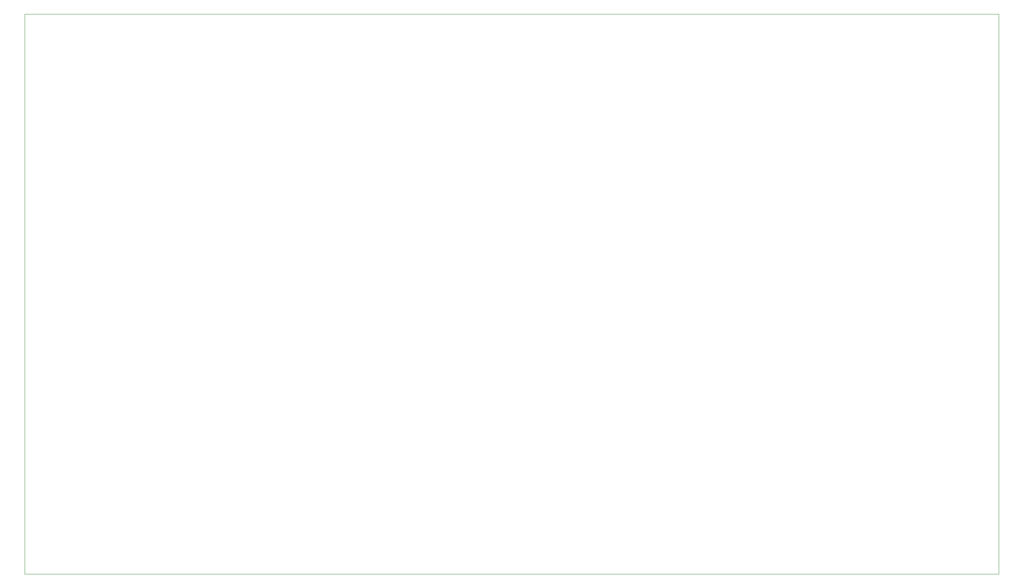
<source format=gbr>
%TF.GenerationSoftware,KiCad,Pcbnew,9.0.3*%
%TF.CreationDate,2025-10-14T12:15:04-07:00*%
%TF.ProjectId,VCU_v1,5643555f-7631-42e6-9b69-6361645f7063,rev?*%
%TF.SameCoordinates,Original*%
%TF.FileFunction,Profile,NP*%
%FSLAX46Y46*%
G04 Gerber Fmt 4.6, Leading zero omitted, Abs format (unit mm)*
G04 Created by KiCad (PCBNEW 9.0.3) date 2025-10-14 12:15:04*
%MOMM*%
%LPD*%
G01*
G04 APERTURE LIST*
%TA.AperFunction,Profile*%
%ADD10C,0.050000*%
%TD*%
G04 APERTURE END LIST*
D10*
X25146000Y-51497197D02*
X242570000Y-51497197D01*
X242570000Y-176530000D01*
X25146000Y-176530000D01*
X25146000Y-51497197D01*
M02*

</source>
